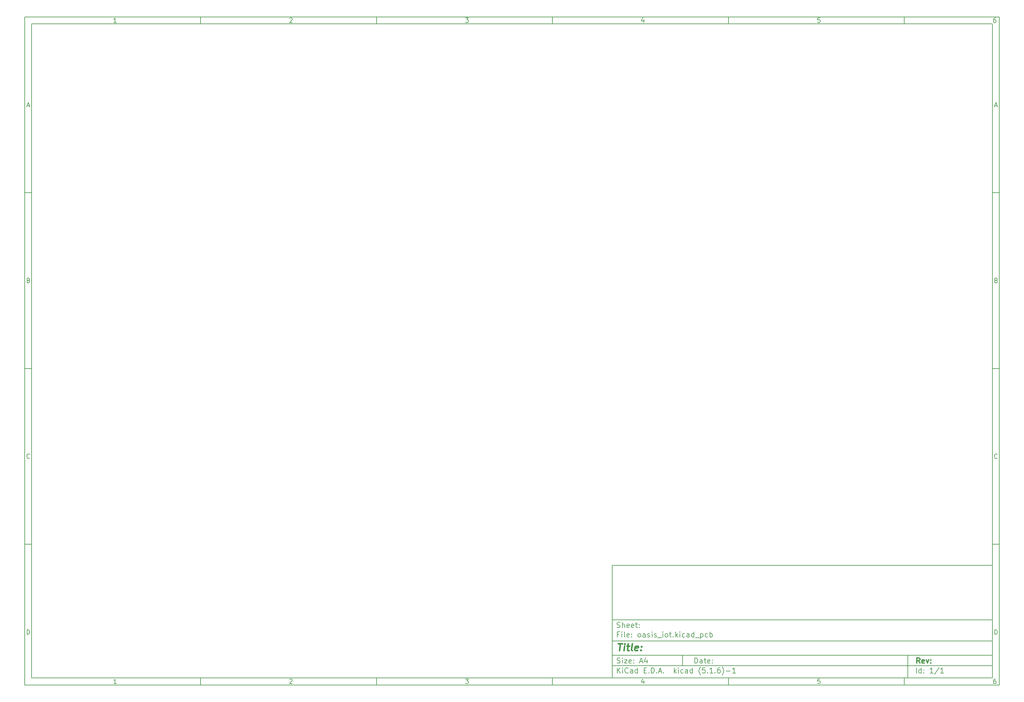
<source format=gbp>
G04 #@! TF.GenerationSoftware,KiCad,Pcbnew,(5.1.6)-1*
G04 #@! TF.CreationDate,2021-06-30T18:45:26-06:00*
G04 #@! TF.ProjectId,oasis_iot,6f617369-735f-4696-9f74-2e6b69636164,rev?*
G04 #@! TF.SameCoordinates,Original*
G04 #@! TF.FileFunction,Paste,Bot*
G04 #@! TF.FilePolarity,Positive*
%FSLAX46Y46*%
G04 Gerber Fmt 4.6, Leading zero omitted, Abs format (unit mm)*
G04 Created by KiCad (PCBNEW (5.1.6)-1) date 2021-06-30 18:45:26*
%MOMM*%
%LPD*%
G01*
G04 APERTURE LIST*
%ADD10C,0.100000*%
%ADD11C,0.150000*%
%ADD12C,0.300000*%
%ADD13C,0.400000*%
G04 APERTURE END LIST*
D10*
D11*
X177002200Y-166007200D02*
X177002200Y-198007200D01*
X285002200Y-198007200D01*
X285002200Y-166007200D01*
X177002200Y-166007200D01*
D10*
D11*
X10000000Y-10000000D02*
X10000000Y-200007200D01*
X287002200Y-200007200D01*
X287002200Y-10000000D01*
X10000000Y-10000000D01*
D10*
D11*
X12000000Y-12000000D02*
X12000000Y-198007200D01*
X285002200Y-198007200D01*
X285002200Y-12000000D01*
X12000000Y-12000000D01*
D10*
D11*
X60000000Y-12000000D02*
X60000000Y-10000000D01*
D10*
D11*
X110000000Y-12000000D02*
X110000000Y-10000000D01*
D10*
D11*
X160000000Y-12000000D02*
X160000000Y-10000000D01*
D10*
D11*
X210000000Y-12000000D02*
X210000000Y-10000000D01*
D10*
D11*
X260000000Y-12000000D02*
X260000000Y-10000000D01*
D10*
D11*
X36065476Y-11588095D02*
X35322619Y-11588095D01*
X35694047Y-11588095D02*
X35694047Y-10288095D01*
X35570238Y-10473809D01*
X35446428Y-10597619D01*
X35322619Y-10659523D01*
D10*
D11*
X85322619Y-10411904D02*
X85384523Y-10350000D01*
X85508333Y-10288095D01*
X85817857Y-10288095D01*
X85941666Y-10350000D01*
X86003571Y-10411904D01*
X86065476Y-10535714D01*
X86065476Y-10659523D01*
X86003571Y-10845238D01*
X85260714Y-11588095D01*
X86065476Y-11588095D01*
D10*
D11*
X135260714Y-10288095D02*
X136065476Y-10288095D01*
X135632142Y-10783333D01*
X135817857Y-10783333D01*
X135941666Y-10845238D01*
X136003571Y-10907142D01*
X136065476Y-11030952D01*
X136065476Y-11340476D01*
X136003571Y-11464285D01*
X135941666Y-11526190D01*
X135817857Y-11588095D01*
X135446428Y-11588095D01*
X135322619Y-11526190D01*
X135260714Y-11464285D01*
D10*
D11*
X185941666Y-10721428D02*
X185941666Y-11588095D01*
X185632142Y-10226190D02*
X185322619Y-11154761D01*
X186127380Y-11154761D01*
D10*
D11*
X236003571Y-10288095D02*
X235384523Y-10288095D01*
X235322619Y-10907142D01*
X235384523Y-10845238D01*
X235508333Y-10783333D01*
X235817857Y-10783333D01*
X235941666Y-10845238D01*
X236003571Y-10907142D01*
X236065476Y-11030952D01*
X236065476Y-11340476D01*
X236003571Y-11464285D01*
X235941666Y-11526190D01*
X235817857Y-11588095D01*
X235508333Y-11588095D01*
X235384523Y-11526190D01*
X235322619Y-11464285D01*
D10*
D11*
X285941666Y-10288095D02*
X285694047Y-10288095D01*
X285570238Y-10350000D01*
X285508333Y-10411904D01*
X285384523Y-10597619D01*
X285322619Y-10845238D01*
X285322619Y-11340476D01*
X285384523Y-11464285D01*
X285446428Y-11526190D01*
X285570238Y-11588095D01*
X285817857Y-11588095D01*
X285941666Y-11526190D01*
X286003571Y-11464285D01*
X286065476Y-11340476D01*
X286065476Y-11030952D01*
X286003571Y-10907142D01*
X285941666Y-10845238D01*
X285817857Y-10783333D01*
X285570238Y-10783333D01*
X285446428Y-10845238D01*
X285384523Y-10907142D01*
X285322619Y-11030952D01*
D10*
D11*
X60000000Y-198007200D02*
X60000000Y-200007200D01*
D10*
D11*
X110000000Y-198007200D02*
X110000000Y-200007200D01*
D10*
D11*
X160000000Y-198007200D02*
X160000000Y-200007200D01*
D10*
D11*
X210000000Y-198007200D02*
X210000000Y-200007200D01*
D10*
D11*
X260000000Y-198007200D02*
X260000000Y-200007200D01*
D10*
D11*
X36065476Y-199595295D02*
X35322619Y-199595295D01*
X35694047Y-199595295D02*
X35694047Y-198295295D01*
X35570238Y-198481009D01*
X35446428Y-198604819D01*
X35322619Y-198666723D01*
D10*
D11*
X85322619Y-198419104D02*
X85384523Y-198357200D01*
X85508333Y-198295295D01*
X85817857Y-198295295D01*
X85941666Y-198357200D01*
X86003571Y-198419104D01*
X86065476Y-198542914D01*
X86065476Y-198666723D01*
X86003571Y-198852438D01*
X85260714Y-199595295D01*
X86065476Y-199595295D01*
D10*
D11*
X135260714Y-198295295D02*
X136065476Y-198295295D01*
X135632142Y-198790533D01*
X135817857Y-198790533D01*
X135941666Y-198852438D01*
X136003571Y-198914342D01*
X136065476Y-199038152D01*
X136065476Y-199347676D01*
X136003571Y-199471485D01*
X135941666Y-199533390D01*
X135817857Y-199595295D01*
X135446428Y-199595295D01*
X135322619Y-199533390D01*
X135260714Y-199471485D01*
D10*
D11*
X185941666Y-198728628D02*
X185941666Y-199595295D01*
X185632142Y-198233390D02*
X185322619Y-199161961D01*
X186127380Y-199161961D01*
D10*
D11*
X236003571Y-198295295D02*
X235384523Y-198295295D01*
X235322619Y-198914342D01*
X235384523Y-198852438D01*
X235508333Y-198790533D01*
X235817857Y-198790533D01*
X235941666Y-198852438D01*
X236003571Y-198914342D01*
X236065476Y-199038152D01*
X236065476Y-199347676D01*
X236003571Y-199471485D01*
X235941666Y-199533390D01*
X235817857Y-199595295D01*
X235508333Y-199595295D01*
X235384523Y-199533390D01*
X235322619Y-199471485D01*
D10*
D11*
X285941666Y-198295295D02*
X285694047Y-198295295D01*
X285570238Y-198357200D01*
X285508333Y-198419104D01*
X285384523Y-198604819D01*
X285322619Y-198852438D01*
X285322619Y-199347676D01*
X285384523Y-199471485D01*
X285446428Y-199533390D01*
X285570238Y-199595295D01*
X285817857Y-199595295D01*
X285941666Y-199533390D01*
X286003571Y-199471485D01*
X286065476Y-199347676D01*
X286065476Y-199038152D01*
X286003571Y-198914342D01*
X285941666Y-198852438D01*
X285817857Y-198790533D01*
X285570238Y-198790533D01*
X285446428Y-198852438D01*
X285384523Y-198914342D01*
X285322619Y-199038152D01*
D10*
D11*
X10000000Y-60000000D02*
X12000000Y-60000000D01*
D10*
D11*
X10000000Y-110000000D02*
X12000000Y-110000000D01*
D10*
D11*
X10000000Y-160000000D02*
X12000000Y-160000000D01*
D10*
D11*
X10690476Y-35216666D02*
X11309523Y-35216666D01*
X10566666Y-35588095D02*
X11000000Y-34288095D01*
X11433333Y-35588095D01*
D10*
D11*
X11092857Y-84907142D02*
X11278571Y-84969047D01*
X11340476Y-85030952D01*
X11402380Y-85154761D01*
X11402380Y-85340476D01*
X11340476Y-85464285D01*
X11278571Y-85526190D01*
X11154761Y-85588095D01*
X10659523Y-85588095D01*
X10659523Y-84288095D01*
X11092857Y-84288095D01*
X11216666Y-84350000D01*
X11278571Y-84411904D01*
X11340476Y-84535714D01*
X11340476Y-84659523D01*
X11278571Y-84783333D01*
X11216666Y-84845238D01*
X11092857Y-84907142D01*
X10659523Y-84907142D01*
D10*
D11*
X11402380Y-135464285D02*
X11340476Y-135526190D01*
X11154761Y-135588095D01*
X11030952Y-135588095D01*
X10845238Y-135526190D01*
X10721428Y-135402380D01*
X10659523Y-135278571D01*
X10597619Y-135030952D01*
X10597619Y-134845238D01*
X10659523Y-134597619D01*
X10721428Y-134473809D01*
X10845238Y-134350000D01*
X11030952Y-134288095D01*
X11154761Y-134288095D01*
X11340476Y-134350000D01*
X11402380Y-134411904D01*
D10*
D11*
X10659523Y-185588095D02*
X10659523Y-184288095D01*
X10969047Y-184288095D01*
X11154761Y-184350000D01*
X11278571Y-184473809D01*
X11340476Y-184597619D01*
X11402380Y-184845238D01*
X11402380Y-185030952D01*
X11340476Y-185278571D01*
X11278571Y-185402380D01*
X11154761Y-185526190D01*
X10969047Y-185588095D01*
X10659523Y-185588095D01*
D10*
D11*
X287002200Y-60000000D02*
X285002200Y-60000000D01*
D10*
D11*
X287002200Y-110000000D02*
X285002200Y-110000000D01*
D10*
D11*
X287002200Y-160000000D02*
X285002200Y-160000000D01*
D10*
D11*
X285692676Y-35216666D02*
X286311723Y-35216666D01*
X285568866Y-35588095D02*
X286002200Y-34288095D01*
X286435533Y-35588095D01*
D10*
D11*
X286095057Y-84907142D02*
X286280771Y-84969047D01*
X286342676Y-85030952D01*
X286404580Y-85154761D01*
X286404580Y-85340476D01*
X286342676Y-85464285D01*
X286280771Y-85526190D01*
X286156961Y-85588095D01*
X285661723Y-85588095D01*
X285661723Y-84288095D01*
X286095057Y-84288095D01*
X286218866Y-84350000D01*
X286280771Y-84411904D01*
X286342676Y-84535714D01*
X286342676Y-84659523D01*
X286280771Y-84783333D01*
X286218866Y-84845238D01*
X286095057Y-84907142D01*
X285661723Y-84907142D01*
D10*
D11*
X286404580Y-135464285D02*
X286342676Y-135526190D01*
X286156961Y-135588095D01*
X286033152Y-135588095D01*
X285847438Y-135526190D01*
X285723628Y-135402380D01*
X285661723Y-135278571D01*
X285599819Y-135030952D01*
X285599819Y-134845238D01*
X285661723Y-134597619D01*
X285723628Y-134473809D01*
X285847438Y-134350000D01*
X286033152Y-134288095D01*
X286156961Y-134288095D01*
X286342676Y-134350000D01*
X286404580Y-134411904D01*
D10*
D11*
X285661723Y-185588095D02*
X285661723Y-184288095D01*
X285971247Y-184288095D01*
X286156961Y-184350000D01*
X286280771Y-184473809D01*
X286342676Y-184597619D01*
X286404580Y-184845238D01*
X286404580Y-185030952D01*
X286342676Y-185278571D01*
X286280771Y-185402380D01*
X286156961Y-185526190D01*
X285971247Y-185588095D01*
X285661723Y-185588095D01*
D10*
D11*
X200434342Y-193785771D02*
X200434342Y-192285771D01*
X200791485Y-192285771D01*
X201005771Y-192357200D01*
X201148628Y-192500057D01*
X201220057Y-192642914D01*
X201291485Y-192928628D01*
X201291485Y-193142914D01*
X201220057Y-193428628D01*
X201148628Y-193571485D01*
X201005771Y-193714342D01*
X200791485Y-193785771D01*
X200434342Y-193785771D01*
X202577200Y-193785771D02*
X202577200Y-193000057D01*
X202505771Y-192857200D01*
X202362914Y-192785771D01*
X202077200Y-192785771D01*
X201934342Y-192857200D01*
X202577200Y-193714342D02*
X202434342Y-193785771D01*
X202077200Y-193785771D01*
X201934342Y-193714342D01*
X201862914Y-193571485D01*
X201862914Y-193428628D01*
X201934342Y-193285771D01*
X202077200Y-193214342D01*
X202434342Y-193214342D01*
X202577200Y-193142914D01*
X203077200Y-192785771D02*
X203648628Y-192785771D01*
X203291485Y-192285771D02*
X203291485Y-193571485D01*
X203362914Y-193714342D01*
X203505771Y-193785771D01*
X203648628Y-193785771D01*
X204720057Y-193714342D02*
X204577200Y-193785771D01*
X204291485Y-193785771D01*
X204148628Y-193714342D01*
X204077200Y-193571485D01*
X204077200Y-193000057D01*
X204148628Y-192857200D01*
X204291485Y-192785771D01*
X204577200Y-192785771D01*
X204720057Y-192857200D01*
X204791485Y-193000057D01*
X204791485Y-193142914D01*
X204077200Y-193285771D01*
X205434342Y-193642914D02*
X205505771Y-193714342D01*
X205434342Y-193785771D01*
X205362914Y-193714342D01*
X205434342Y-193642914D01*
X205434342Y-193785771D01*
X205434342Y-192857200D02*
X205505771Y-192928628D01*
X205434342Y-193000057D01*
X205362914Y-192928628D01*
X205434342Y-192857200D01*
X205434342Y-193000057D01*
D10*
D11*
X177002200Y-194507200D02*
X285002200Y-194507200D01*
D10*
D11*
X178434342Y-196585771D02*
X178434342Y-195085771D01*
X179291485Y-196585771D02*
X178648628Y-195728628D01*
X179291485Y-195085771D02*
X178434342Y-195942914D01*
X179934342Y-196585771D02*
X179934342Y-195585771D01*
X179934342Y-195085771D02*
X179862914Y-195157200D01*
X179934342Y-195228628D01*
X180005771Y-195157200D01*
X179934342Y-195085771D01*
X179934342Y-195228628D01*
X181505771Y-196442914D02*
X181434342Y-196514342D01*
X181220057Y-196585771D01*
X181077200Y-196585771D01*
X180862914Y-196514342D01*
X180720057Y-196371485D01*
X180648628Y-196228628D01*
X180577200Y-195942914D01*
X180577200Y-195728628D01*
X180648628Y-195442914D01*
X180720057Y-195300057D01*
X180862914Y-195157200D01*
X181077200Y-195085771D01*
X181220057Y-195085771D01*
X181434342Y-195157200D01*
X181505771Y-195228628D01*
X182791485Y-196585771D02*
X182791485Y-195800057D01*
X182720057Y-195657200D01*
X182577200Y-195585771D01*
X182291485Y-195585771D01*
X182148628Y-195657200D01*
X182791485Y-196514342D02*
X182648628Y-196585771D01*
X182291485Y-196585771D01*
X182148628Y-196514342D01*
X182077200Y-196371485D01*
X182077200Y-196228628D01*
X182148628Y-196085771D01*
X182291485Y-196014342D01*
X182648628Y-196014342D01*
X182791485Y-195942914D01*
X184148628Y-196585771D02*
X184148628Y-195085771D01*
X184148628Y-196514342D02*
X184005771Y-196585771D01*
X183720057Y-196585771D01*
X183577200Y-196514342D01*
X183505771Y-196442914D01*
X183434342Y-196300057D01*
X183434342Y-195871485D01*
X183505771Y-195728628D01*
X183577200Y-195657200D01*
X183720057Y-195585771D01*
X184005771Y-195585771D01*
X184148628Y-195657200D01*
X186005771Y-195800057D02*
X186505771Y-195800057D01*
X186720057Y-196585771D02*
X186005771Y-196585771D01*
X186005771Y-195085771D01*
X186720057Y-195085771D01*
X187362914Y-196442914D02*
X187434342Y-196514342D01*
X187362914Y-196585771D01*
X187291485Y-196514342D01*
X187362914Y-196442914D01*
X187362914Y-196585771D01*
X188077200Y-196585771D02*
X188077200Y-195085771D01*
X188434342Y-195085771D01*
X188648628Y-195157200D01*
X188791485Y-195300057D01*
X188862914Y-195442914D01*
X188934342Y-195728628D01*
X188934342Y-195942914D01*
X188862914Y-196228628D01*
X188791485Y-196371485D01*
X188648628Y-196514342D01*
X188434342Y-196585771D01*
X188077200Y-196585771D01*
X189577200Y-196442914D02*
X189648628Y-196514342D01*
X189577200Y-196585771D01*
X189505771Y-196514342D01*
X189577200Y-196442914D01*
X189577200Y-196585771D01*
X190220057Y-196157200D02*
X190934342Y-196157200D01*
X190077200Y-196585771D02*
X190577200Y-195085771D01*
X191077200Y-196585771D01*
X191577200Y-196442914D02*
X191648628Y-196514342D01*
X191577200Y-196585771D01*
X191505771Y-196514342D01*
X191577200Y-196442914D01*
X191577200Y-196585771D01*
X194577200Y-196585771D02*
X194577200Y-195085771D01*
X194720057Y-196014342D02*
X195148628Y-196585771D01*
X195148628Y-195585771D02*
X194577200Y-196157200D01*
X195791485Y-196585771D02*
X195791485Y-195585771D01*
X195791485Y-195085771D02*
X195720057Y-195157200D01*
X195791485Y-195228628D01*
X195862914Y-195157200D01*
X195791485Y-195085771D01*
X195791485Y-195228628D01*
X197148628Y-196514342D02*
X197005771Y-196585771D01*
X196720057Y-196585771D01*
X196577200Y-196514342D01*
X196505771Y-196442914D01*
X196434342Y-196300057D01*
X196434342Y-195871485D01*
X196505771Y-195728628D01*
X196577200Y-195657200D01*
X196720057Y-195585771D01*
X197005771Y-195585771D01*
X197148628Y-195657200D01*
X198434342Y-196585771D02*
X198434342Y-195800057D01*
X198362914Y-195657200D01*
X198220057Y-195585771D01*
X197934342Y-195585771D01*
X197791485Y-195657200D01*
X198434342Y-196514342D02*
X198291485Y-196585771D01*
X197934342Y-196585771D01*
X197791485Y-196514342D01*
X197720057Y-196371485D01*
X197720057Y-196228628D01*
X197791485Y-196085771D01*
X197934342Y-196014342D01*
X198291485Y-196014342D01*
X198434342Y-195942914D01*
X199791485Y-196585771D02*
X199791485Y-195085771D01*
X199791485Y-196514342D02*
X199648628Y-196585771D01*
X199362914Y-196585771D01*
X199220057Y-196514342D01*
X199148628Y-196442914D01*
X199077200Y-196300057D01*
X199077200Y-195871485D01*
X199148628Y-195728628D01*
X199220057Y-195657200D01*
X199362914Y-195585771D01*
X199648628Y-195585771D01*
X199791485Y-195657200D01*
X202077200Y-197157200D02*
X202005771Y-197085771D01*
X201862914Y-196871485D01*
X201791485Y-196728628D01*
X201720057Y-196514342D01*
X201648628Y-196157200D01*
X201648628Y-195871485D01*
X201720057Y-195514342D01*
X201791485Y-195300057D01*
X201862914Y-195157200D01*
X202005771Y-194942914D01*
X202077200Y-194871485D01*
X203362914Y-195085771D02*
X202648628Y-195085771D01*
X202577200Y-195800057D01*
X202648628Y-195728628D01*
X202791485Y-195657200D01*
X203148628Y-195657200D01*
X203291485Y-195728628D01*
X203362914Y-195800057D01*
X203434342Y-195942914D01*
X203434342Y-196300057D01*
X203362914Y-196442914D01*
X203291485Y-196514342D01*
X203148628Y-196585771D01*
X202791485Y-196585771D01*
X202648628Y-196514342D01*
X202577200Y-196442914D01*
X204077200Y-196442914D02*
X204148628Y-196514342D01*
X204077200Y-196585771D01*
X204005771Y-196514342D01*
X204077200Y-196442914D01*
X204077200Y-196585771D01*
X205577200Y-196585771D02*
X204720057Y-196585771D01*
X205148628Y-196585771D02*
X205148628Y-195085771D01*
X205005771Y-195300057D01*
X204862914Y-195442914D01*
X204720057Y-195514342D01*
X206220057Y-196442914D02*
X206291485Y-196514342D01*
X206220057Y-196585771D01*
X206148628Y-196514342D01*
X206220057Y-196442914D01*
X206220057Y-196585771D01*
X207577200Y-195085771D02*
X207291485Y-195085771D01*
X207148628Y-195157200D01*
X207077200Y-195228628D01*
X206934342Y-195442914D01*
X206862914Y-195728628D01*
X206862914Y-196300057D01*
X206934342Y-196442914D01*
X207005771Y-196514342D01*
X207148628Y-196585771D01*
X207434342Y-196585771D01*
X207577200Y-196514342D01*
X207648628Y-196442914D01*
X207720057Y-196300057D01*
X207720057Y-195942914D01*
X207648628Y-195800057D01*
X207577200Y-195728628D01*
X207434342Y-195657200D01*
X207148628Y-195657200D01*
X207005771Y-195728628D01*
X206934342Y-195800057D01*
X206862914Y-195942914D01*
X208220057Y-197157200D02*
X208291485Y-197085771D01*
X208434342Y-196871485D01*
X208505771Y-196728628D01*
X208577200Y-196514342D01*
X208648628Y-196157200D01*
X208648628Y-195871485D01*
X208577200Y-195514342D01*
X208505771Y-195300057D01*
X208434342Y-195157200D01*
X208291485Y-194942914D01*
X208220057Y-194871485D01*
X209362914Y-196014342D02*
X210505771Y-196014342D01*
X212005771Y-196585771D02*
X211148628Y-196585771D01*
X211577200Y-196585771D02*
X211577200Y-195085771D01*
X211434342Y-195300057D01*
X211291485Y-195442914D01*
X211148628Y-195514342D01*
D10*
D11*
X177002200Y-191507200D02*
X285002200Y-191507200D01*
D10*
D12*
X264411485Y-193785771D02*
X263911485Y-193071485D01*
X263554342Y-193785771D02*
X263554342Y-192285771D01*
X264125771Y-192285771D01*
X264268628Y-192357200D01*
X264340057Y-192428628D01*
X264411485Y-192571485D01*
X264411485Y-192785771D01*
X264340057Y-192928628D01*
X264268628Y-193000057D01*
X264125771Y-193071485D01*
X263554342Y-193071485D01*
X265625771Y-193714342D02*
X265482914Y-193785771D01*
X265197200Y-193785771D01*
X265054342Y-193714342D01*
X264982914Y-193571485D01*
X264982914Y-193000057D01*
X265054342Y-192857200D01*
X265197200Y-192785771D01*
X265482914Y-192785771D01*
X265625771Y-192857200D01*
X265697200Y-193000057D01*
X265697200Y-193142914D01*
X264982914Y-193285771D01*
X266197200Y-192785771D02*
X266554342Y-193785771D01*
X266911485Y-192785771D01*
X267482914Y-193642914D02*
X267554342Y-193714342D01*
X267482914Y-193785771D01*
X267411485Y-193714342D01*
X267482914Y-193642914D01*
X267482914Y-193785771D01*
X267482914Y-192857200D02*
X267554342Y-192928628D01*
X267482914Y-193000057D01*
X267411485Y-192928628D01*
X267482914Y-192857200D01*
X267482914Y-193000057D01*
D10*
D11*
X178362914Y-193714342D02*
X178577200Y-193785771D01*
X178934342Y-193785771D01*
X179077200Y-193714342D01*
X179148628Y-193642914D01*
X179220057Y-193500057D01*
X179220057Y-193357200D01*
X179148628Y-193214342D01*
X179077200Y-193142914D01*
X178934342Y-193071485D01*
X178648628Y-193000057D01*
X178505771Y-192928628D01*
X178434342Y-192857200D01*
X178362914Y-192714342D01*
X178362914Y-192571485D01*
X178434342Y-192428628D01*
X178505771Y-192357200D01*
X178648628Y-192285771D01*
X179005771Y-192285771D01*
X179220057Y-192357200D01*
X179862914Y-193785771D02*
X179862914Y-192785771D01*
X179862914Y-192285771D02*
X179791485Y-192357200D01*
X179862914Y-192428628D01*
X179934342Y-192357200D01*
X179862914Y-192285771D01*
X179862914Y-192428628D01*
X180434342Y-192785771D02*
X181220057Y-192785771D01*
X180434342Y-193785771D01*
X181220057Y-193785771D01*
X182362914Y-193714342D02*
X182220057Y-193785771D01*
X181934342Y-193785771D01*
X181791485Y-193714342D01*
X181720057Y-193571485D01*
X181720057Y-193000057D01*
X181791485Y-192857200D01*
X181934342Y-192785771D01*
X182220057Y-192785771D01*
X182362914Y-192857200D01*
X182434342Y-193000057D01*
X182434342Y-193142914D01*
X181720057Y-193285771D01*
X183077200Y-193642914D02*
X183148628Y-193714342D01*
X183077200Y-193785771D01*
X183005771Y-193714342D01*
X183077200Y-193642914D01*
X183077200Y-193785771D01*
X183077200Y-192857200D02*
X183148628Y-192928628D01*
X183077200Y-193000057D01*
X183005771Y-192928628D01*
X183077200Y-192857200D01*
X183077200Y-193000057D01*
X184862914Y-193357200D02*
X185577200Y-193357200D01*
X184720057Y-193785771D02*
X185220057Y-192285771D01*
X185720057Y-193785771D01*
X186862914Y-192785771D02*
X186862914Y-193785771D01*
X186505771Y-192214342D02*
X186148628Y-193285771D01*
X187077200Y-193285771D01*
D10*
D11*
X263434342Y-196585771D02*
X263434342Y-195085771D01*
X264791485Y-196585771D02*
X264791485Y-195085771D01*
X264791485Y-196514342D02*
X264648628Y-196585771D01*
X264362914Y-196585771D01*
X264220057Y-196514342D01*
X264148628Y-196442914D01*
X264077200Y-196300057D01*
X264077200Y-195871485D01*
X264148628Y-195728628D01*
X264220057Y-195657200D01*
X264362914Y-195585771D01*
X264648628Y-195585771D01*
X264791485Y-195657200D01*
X265505771Y-196442914D02*
X265577200Y-196514342D01*
X265505771Y-196585771D01*
X265434342Y-196514342D01*
X265505771Y-196442914D01*
X265505771Y-196585771D01*
X265505771Y-195657200D02*
X265577200Y-195728628D01*
X265505771Y-195800057D01*
X265434342Y-195728628D01*
X265505771Y-195657200D01*
X265505771Y-195800057D01*
X268148628Y-196585771D02*
X267291485Y-196585771D01*
X267720057Y-196585771D02*
X267720057Y-195085771D01*
X267577200Y-195300057D01*
X267434342Y-195442914D01*
X267291485Y-195514342D01*
X269862914Y-195014342D02*
X268577200Y-196942914D01*
X271148628Y-196585771D02*
X270291485Y-196585771D01*
X270720057Y-196585771D02*
X270720057Y-195085771D01*
X270577200Y-195300057D01*
X270434342Y-195442914D01*
X270291485Y-195514342D01*
D10*
D11*
X177002200Y-187507200D02*
X285002200Y-187507200D01*
D10*
D13*
X178714580Y-188211961D02*
X179857438Y-188211961D01*
X179036009Y-190211961D02*
X179286009Y-188211961D01*
X180274104Y-190211961D02*
X180440771Y-188878628D01*
X180524104Y-188211961D02*
X180416961Y-188307200D01*
X180500295Y-188402438D01*
X180607438Y-188307200D01*
X180524104Y-188211961D01*
X180500295Y-188402438D01*
X181107438Y-188878628D02*
X181869342Y-188878628D01*
X181476485Y-188211961D02*
X181262200Y-189926247D01*
X181333628Y-190116723D01*
X181512200Y-190211961D01*
X181702676Y-190211961D01*
X182655057Y-190211961D02*
X182476485Y-190116723D01*
X182405057Y-189926247D01*
X182619342Y-188211961D01*
X184190771Y-190116723D02*
X183988390Y-190211961D01*
X183607438Y-190211961D01*
X183428866Y-190116723D01*
X183357438Y-189926247D01*
X183452676Y-189164342D01*
X183571723Y-188973866D01*
X183774104Y-188878628D01*
X184155057Y-188878628D01*
X184333628Y-188973866D01*
X184405057Y-189164342D01*
X184381247Y-189354819D01*
X183405057Y-189545295D01*
X185155057Y-190021485D02*
X185238390Y-190116723D01*
X185131247Y-190211961D01*
X185047914Y-190116723D01*
X185155057Y-190021485D01*
X185131247Y-190211961D01*
X185286009Y-188973866D02*
X185369342Y-189069104D01*
X185262200Y-189164342D01*
X185178866Y-189069104D01*
X185286009Y-188973866D01*
X185262200Y-189164342D01*
D10*
D11*
X178934342Y-185600057D02*
X178434342Y-185600057D01*
X178434342Y-186385771D02*
X178434342Y-184885771D01*
X179148628Y-184885771D01*
X179720057Y-186385771D02*
X179720057Y-185385771D01*
X179720057Y-184885771D02*
X179648628Y-184957200D01*
X179720057Y-185028628D01*
X179791485Y-184957200D01*
X179720057Y-184885771D01*
X179720057Y-185028628D01*
X180648628Y-186385771D02*
X180505771Y-186314342D01*
X180434342Y-186171485D01*
X180434342Y-184885771D01*
X181791485Y-186314342D02*
X181648628Y-186385771D01*
X181362914Y-186385771D01*
X181220057Y-186314342D01*
X181148628Y-186171485D01*
X181148628Y-185600057D01*
X181220057Y-185457200D01*
X181362914Y-185385771D01*
X181648628Y-185385771D01*
X181791485Y-185457200D01*
X181862914Y-185600057D01*
X181862914Y-185742914D01*
X181148628Y-185885771D01*
X182505771Y-186242914D02*
X182577200Y-186314342D01*
X182505771Y-186385771D01*
X182434342Y-186314342D01*
X182505771Y-186242914D01*
X182505771Y-186385771D01*
X182505771Y-185457200D02*
X182577200Y-185528628D01*
X182505771Y-185600057D01*
X182434342Y-185528628D01*
X182505771Y-185457200D01*
X182505771Y-185600057D01*
X184577200Y-186385771D02*
X184434342Y-186314342D01*
X184362914Y-186242914D01*
X184291485Y-186100057D01*
X184291485Y-185671485D01*
X184362914Y-185528628D01*
X184434342Y-185457200D01*
X184577200Y-185385771D01*
X184791485Y-185385771D01*
X184934342Y-185457200D01*
X185005771Y-185528628D01*
X185077200Y-185671485D01*
X185077200Y-186100057D01*
X185005771Y-186242914D01*
X184934342Y-186314342D01*
X184791485Y-186385771D01*
X184577200Y-186385771D01*
X186362914Y-186385771D02*
X186362914Y-185600057D01*
X186291485Y-185457200D01*
X186148628Y-185385771D01*
X185862914Y-185385771D01*
X185720057Y-185457200D01*
X186362914Y-186314342D02*
X186220057Y-186385771D01*
X185862914Y-186385771D01*
X185720057Y-186314342D01*
X185648628Y-186171485D01*
X185648628Y-186028628D01*
X185720057Y-185885771D01*
X185862914Y-185814342D01*
X186220057Y-185814342D01*
X186362914Y-185742914D01*
X187005771Y-186314342D02*
X187148628Y-186385771D01*
X187434342Y-186385771D01*
X187577200Y-186314342D01*
X187648628Y-186171485D01*
X187648628Y-186100057D01*
X187577200Y-185957200D01*
X187434342Y-185885771D01*
X187220057Y-185885771D01*
X187077200Y-185814342D01*
X187005771Y-185671485D01*
X187005771Y-185600057D01*
X187077200Y-185457200D01*
X187220057Y-185385771D01*
X187434342Y-185385771D01*
X187577200Y-185457200D01*
X188291485Y-186385771D02*
X188291485Y-185385771D01*
X188291485Y-184885771D02*
X188220057Y-184957200D01*
X188291485Y-185028628D01*
X188362914Y-184957200D01*
X188291485Y-184885771D01*
X188291485Y-185028628D01*
X188934342Y-186314342D02*
X189077200Y-186385771D01*
X189362914Y-186385771D01*
X189505771Y-186314342D01*
X189577200Y-186171485D01*
X189577200Y-186100057D01*
X189505771Y-185957200D01*
X189362914Y-185885771D01*
X189148628Y-185885771D01*
X189005771Y-185814342D01*
X188934342Y-185671485D01*
X188934342Y-185600057D01*
X189005771Y-185457200D01*
X189148628Y-185385771D01*
X189362914Y-185385771D01*
X189505771Y-185457200D01*
X189862914Y-186528628D02*
X191005771Y-186528628D01*
X191362914Y-186385771D02*
X191362914Y-185385771D01*
X191362914Y-184885771D02*
X191291485Y-184957200D01*
X191362914Y-185028628D01*
X191434342Y-184957200D01*
X191362914Y-184885771D01*
X191362914Y-185028628D01*
X192291485Y-186385771D02*
X192148628Y-186314342D01*
X192077200Y-186242914D01*
X192005771Y-186100057D01*
X192005771Y-185671485D01*
X192077200Y-185528628D01*
X192148628Y-185457200D01*
X192291485Y-185385771D01*
X192505771Y-185385771D01*
X192648628Y-185457200D01*
X192720057Y-185528628D01*
X192791485Y-185671485D01*
X192791485Y-186100057D01*
X192720057Y-186242914D01*
X192648628Y-186314342D01*
X192505771Y-186385771D01*
X192291485Y-186385771D01*
X193220057Y-185385771D02*
X193791485Y-185385771D01*
X193434342Y-184885771D02*
X193434342Y-186171485D01*
X193505771Y-186314342D01*
X193648628Y-186385771D01*
X193791485Y-186385771D01*
X194291485Y-186242914D02*
X194362914Y-186314342D01*
X194291485Y-186385771D01*
X194220057Y-186314342D01*
X194291485Y-186242914D01*
X194291485Y-186385771D01*
X195005771Y-186385771D02*
X195005771Y-184885771D01*
X195148628Y-185814342D02*
X195577200Y-186385771D01*
X195577200Y-185385771D02*
X195005771Y-185957200D01*
X196220057Y-186385771D02*
X196220057Y-185385771D01*
X196220057Y-184885771D02*
X196148628Y-184957200D01*
X196220057Y-185028628D01*
X196291485Y-184957200D01*
X196220057Y-184885771D01*
X196220057Y-185028628D01*
X197577200Y-186314342D02*
X197434342Y-186385771D01*
X197148628Y-186385771D01*
X197005771Y-186314342D01*
X196934342Y-186242914D01*
X196862914Y-186100057D01*
X196862914Y-185671485D01*
X196934342Y-185528628D01*
X197005771Y-185457200D01*
X197148628Y-185385771D01*
X197434342Y-185385771D01*
X197577200Y-185457200D01*
X198862914Y-186385771D02*
X198862914Y-185600057D01*
X198791485Y-185457200D01*
X198648628Y-185385771D01*
X198362914Y-185385771D01*
X198220057Y-185457200D01*
X198862914Y-186314342D02*
X198720057Y-186385771D01*
X198362914Y-186385771D01*
X198220057Y-186314342D01*
X198148628Y-186171485D01*
X198148628Y-186028628D01*
X198220057Y-185885771D01*
X198362914Y-185814342D01*
X198720057Y-185814342D01*
X198862914Y-185742914D01*
X200220057Y-186385771D02*
X200220057Y-184885771D01*
X200220057Y-186314342D02*
X200077200Y-186385771D01*
X199791485Y-186385771D01*
X199648628Y-186314342D01*
X199577200Y-186242914D01*
X199505771Y-186100057D01*
X199505771Y-185671485D01*
X199577200Y-185528628D01*
X199648628Y-185457200D01*
X199791485Y-185385771D01*
X200077200Y-185385771D01*
X200220057Y-185457200D01*
X200577200Y-186528628D02*
X201720057Y-186528628D01*
X202077200Y-185385771D02*
X202077200Y-186885771D01*
X202077200Y-185457200D02*
X202220057Y-185385771D01*
X202505771Y-185385771D01*
X202648628Y-185457200D01*
X202720057Y-185528628D01*
X202791485Y-185671485D01*
X202791485Y-186100057D01*
X202720057Y-186242914D01*
X202648628Y-186314342D01*
X202505771Y-186385771D01*
X202220057Y-186385771D01*
X202077200Y-186314342D01*
X204077200Y-186314342D02*
X203934342Y-186385771D01*
X203648628Y-186385771D01*
X203505771Y-186314342D01*
X203434342Y-186242914D01*
X203362914Y-186100057D01*
X203362914Y-185671485D01*
X203434342Y-185528628D01*
X203505771Y-185457200D01*
X203648628Y-185385771D01*
X203934342Y-185385771D01*
X204077200Y-185457200D01*
X204720057Y-186385771D02*
X204720057Y-184885771D01*
X204720057Y-185457200D02*
X204862914Y-185385771D01*
X205148628Y-185385771D01*
X205291485Y-185457200D01*
X205362914Y-185528628D01*
X205434342Y-185671485D01*
X205434342Y-186100057D01*
X205362914Y-186242914D01*
X205291485Y-186314342D01*
X205148628Y-186385771D01*
X204862914Y-186385771D01*
X204720057Y-186314342D01*
D10*
D11*
X177002200Y-181507200D02*
X285002200Y-181507200D01*
D10*
D11*
X178362914Y-183614342D02*
X178577200Y-183685771D01*
X178934342Y-183685771D01*
X179077200Y-183614342D01*
X179148628Y-183542914D01*
X179220057Y-183400057D01*
X179220057Y-183257200D01*
X179148628Y-183114342D01*
X179077200Y-183042914D01*
X178934342Y-182971485D01*
X178648628Y-182900057D01*
X178505771Y-182828628D01*
X178434342Y-182757200D01*
X178362914Y-182614342D01*
X178362914Y-182471485D01*
X178434342Y-182328628D01*
X178505771Y-182257200D01*
X178648628Y-182185771D01*
X179005771Y-182185771D01*
X179220057Y-182257200D01*
X179862914Y-183685771D02*
X179862914Y-182185771D01*
X180505771Y-183685771D02*
X180505771Y-182900057D01*
X180434342Y-182757200D01*
X180291485Y-182685771D01*
X180077200Y-182685771D01*
X179934342Y-182757200D01*
X179862914Y-182828628D01*
X181791485Y-183614342D02*
X181648628Y-183685771D01*
X181362914Y-183685771D01*
X181220057Y-183614342D01*
X181148628Y-183471485D01*
X181148628Y-182900057D01*
X181220057Y-182757200D01*
X181362914Y-182685771D01*
X181648628Y-182685771D01*
X181791485Y-182757200D01*
X181862914Y-182900057D01*
X181862914Y-183042914D01*
X181148628Y-183185771D01*
X183077200Y-183614342D02*
X182934342Y-183685771D01*
X182648628Y-183685771D01*
X182505771Y-183614342D01*
X182434342Y-183471485D01*
X182434342Y-182900057D01*
X182505771Y-182757200D01*
X182648628Y-182685771D01*
X182934342Y-182685771D01*
X183077200Y-182757200D01*
X183148628Y-182900057D01*
X183148628Y-183042914D01*
X182434342Y-183185771D01*
X183577200Y-182685771D02*
X184148628Y-182685771D01*
X183791485Y-182185771D02*
X183791485Y-183471485D01*
X183862914Y-183614342D01*
X184005771Y-183685771D01*
X184148628Y-183685771D01*
X184648628Y-183542914D02*
X184720057Y-183614342D01*
X184648628Y-183685771D01*
X184577200Y-183614342D01*
X184648628Y-183542914D01*
X184648628Y-183685771D01*
X184648628Y-182757200D02*
X184720057Y-182828628D01*
X184648628Y-182900057D01*
X184577200Y-182828628D01*
X184648628Y-182757200D01*
X184648628Y-182900057D01*
D10*
D11*
X197002200Y-191507200D02*
X197002200Y-194507200D01*
D10*
D11*
X261002200Y-191507200D02*
X261002200Y-198007200D01*
M02*

</source>
